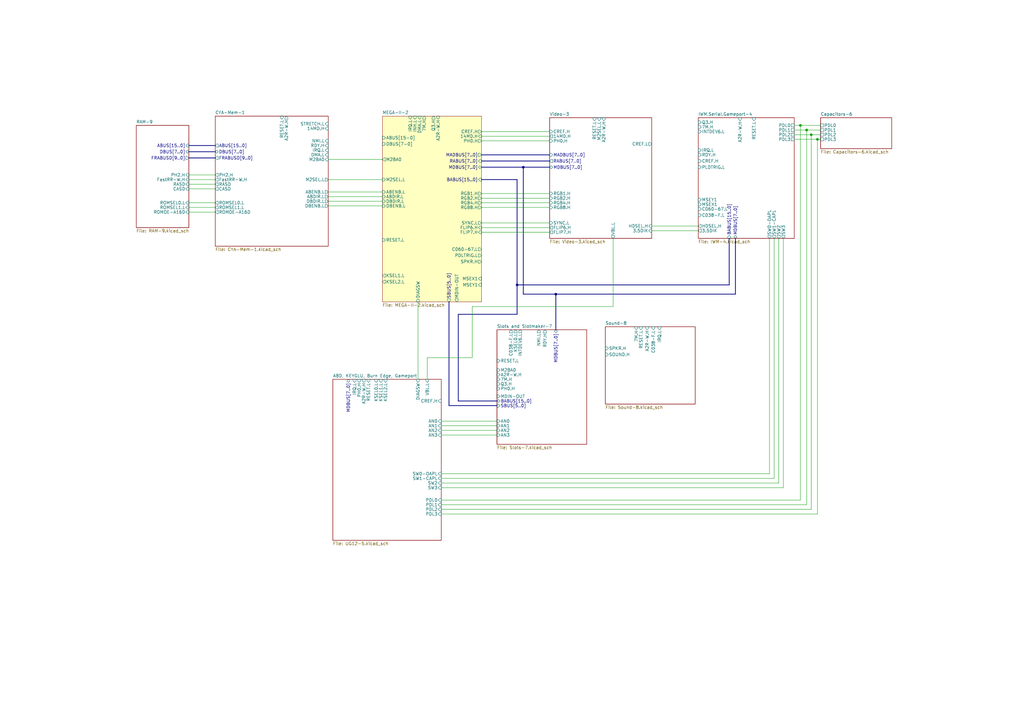
<source format=kicad_sch>
(kicad_sch (version 20211123) (generator eeschema)
  (paper "A3")
  (title_block (title "Apple IIgs ROM3 / 1 Mb") (rev "2") (company "bald.ee/bitpreserve") (comment 2 "Redrawn by james@baldengineer"))
  (lib_symbols)
  (junction (at 214.63 68.58))
  (junction (at 330.835 53.34))
  (junction (at 227.965 120.65))
  (junction (at 328.295 51.435))
  (junction (at 335.28 57.15))
  (junction (at 212.09 116.84))
  (junction (at 332.74 55.245))
  (bus (pts (xy 214.63 68.58) (xy 225.425 68.58)))
  (wire (pts (xy 267.335 94.615) (xy 286.385 94.615)))
  (wire (pts (xy 197.485 93.345) (xy 225.425 93.345)))
  (wire (pts (xy 332.74 55.245) (xy 336.55 55.245)))
  (wire (pts (xy 319.405 198.12) (xy 180.975 198.12)))
  (wire (pts (xy 77.47 83.185) (xy 88.265 83.185)))
  (bus (pts (xy 77.47 62.23) (xy 88.265 62.23)))
  (wire (pts (xy 134.62 65.405) (xy 156.845 65.405)))
  (wire (pts (xy 180.975 178.435) (xy 203.835 178.435)))
  (wire (pts (xy 325.755 55.245) (xy 332.74 55.245)))
  (wire (pts (xy 328.295 51.435) (xy 336.55 51.435)))
  (bus (pts (xy 77.47 59.69) (xy 88.265 59.69)))
  (wire (pts (xy 193.675 125.73) (xy 193.675 146.685)))
  (wire (pts (xy 328.295 51.435) (xy 328.295 205.105)))
  (wire (pts (xy 171.45 123.825) (xy 171.45 155.575)))
  (wire (pts (xy 197.485 55.88) (xy 225.425 55.88)))
  (wire (pts (xy 197.485 79.375) (xy 225.425 79.375)))
  (wire (pts (xy 197.485 91.44) (xy 225.425 91.44)))
  (wire (pts (xy 77.47 85.09) (xy 88.265 85.09)))
  (bus (pts (xy 301.625 120.65) (xy 227.965 120.65)))
  (wire (pts (xy 251.46 125.73) (xy 193.675 125.73)))
  (wire (pts (xy 325.755 51.435) (xy 328.295 51.435)))
  (wire (pts (xy 180.975 200.025) (xy 321.31 200.025)))
  (bus (pts (xy 187.96 164.465) (xy 203.835 164.465)))
  (bus (pts (xy 227.965 135.255) (xy 227.965 120.65)))
  (wire (pts (xy 321.31 200.025) (xy 321.31 97.79)))
  (wire (pts (xy 180.975 176.53) (xy 203.835 176.53)))
  (wire (pts (xy 315.595 194.31) (xy 180.975 194.31)))
  (wire (pts (xy 267.335 92.71) (xy 286.385 92.71)))
  (wire (pts (xy 77.47 86.995) (xy 88.265 86.995)))
  (wire (pts (xy 197.485 57.785) (xy 225.425 57.785)))
  (wire (pts (xy 335.28 57.15) (xy 335.28 210.82)))
  (wire (pts (xy 197.485 53.975) (xy 225.425 53.975)))
  (wire (pts (xy 77.47 71.755) (xy 88.265 71.755)))
  (wire (pts (xy 197.485 95.25) (xy 225.425 95.25)))
  (wire (pts (xy 317.5 196.215) (xy 317.5 97.79)))
  (bus (pts (xy 77.47 64.77) (xy 88.265 64.77)))
  (wire (pts (xy 134.62 82.55) (xy 156.845 82.55)))
  (bus (pts (xy 184.15 123.825) (xy 184.15 166.37)))
  (bus (pts (xy 187.96 128.905) (xy 212.09 128.905)))
  (wire (pts (xy 197.485 83.185) (xy 225.425 83.185)))
  (wire (pts (xy 197.485 81.28) (xy 225.425 81.28)))
  (wire (pts (xy 180.975 174.625) (xy 203.835 174.625)))
  (bus (pts (xy 184.15 166.37) (xy 203.835 166.37)))
  (wire (pts (xy 335.28 57.15) (xy 336.55 57.15)))
  (wire (pts (xy 330.835 53.34) (xy 336.55 53.34)))
  (wire (pts (xy 180.975 172.72) (xy 203.835 172.72)))
  (wire (pts (xy 175.26 146.685) (xy 175.26 155.575)))
  (wire (pts (xy 77.47 75.565) (xy 88.265 75.565)))
  (bus (pts (xy 214.63 120.65) (xy 214.63 68.58)))
  (wire (pts (xy 251.46 97.79) (xy 251.46 125.73)))
  (bus (pts (xy 212.09 116.84) (xy 212.09 128.905)))
  (bus (pts (xy 187.96 128.905) (xy 187.96 164.465)))
  (wire (pts (xy 134.62 84.455) (xy 156.845 84.455)))
  (wire (pts (xy 330.835 53.34) (xy 330.835 207.01)))
  (bus (pts (xy 197.485 63.5) (xy 225.425 63.5)))
  (bus (pts (xy 197.485 68.58) (xy 214.63 68.58)))
  (wire (pts (xy 319.405 97.79) (xy 319.405 198.12)))
  (wire (pts (xy 193.675 146.685) (xy 175.26 146.685)))
  (wire (pts (xy 180.975 205.105) (xy 328.295 205.105)))
  (wire (pts (xy 332.74 55.245) (xy 332.74 208.915)))
  (bus (pts (xy 197.485 66.04) (xy 225.425 66.04)))
  (wire (pts (xy 197.485 85.09) (xy 225.425 85.09)))
  (bus (pts (xy 301.625 97.79) (xy 301.625 120.65)))
  (bus (pts (xy 212.09 73.66) (xy 212.09 116.84)))
  (wire (pts (xy 77.47 77.47) (xy 88.265 77.47)))
  (wire (pts (xy 134.62 78.74) (xy 156.845 78.74)))
  (wire (pts (xy 180.975 207.01) (xy 330.835 207.01)))
  (bus (pts (xy 212.09 116.84) (xy 299.085 116.84)))
  (wire (pts (xy 335.28 210.82) (xy 180.975 210.82)))
  (wire (pts (xy 134.62 80.645) (xy 156.845 80.645)))
  (wire (pts (xy 315.595 97.79) (xy 315.595 194.31)))
  (wire (pts (xy 134.62 73.66) (xy 156.845 73.66)))
  (bus (pts (xy 227.965 120.65) (xy 214.63 120.65)))
  (wire (pts (xy 180.975 208.915) (xy 332.74 208.915)))
  (wire (pts (xy 325.755 57.15) (xy 335.28 57.15)))
  (bus (pts (xy 197.485 73.66) (xy 212.09 73.66)))
  (wire (pts (xy 77.47 73.66) (xy 88.265 73.66)))
  (wire (pts (xy 180.975 196.215) (xy 317.5 196.215)))
  (wire (pts (xy 325.755 53.34) (xy 330.835 53.34)))
  (bus (pts (xy 299.085 116.84) (xy 299.085 97.79)))
  (sheet (at 88.265 47.625) (size 46.355 53.34)
    (property "Sheet name" "CYA-Mem-1" (at 88.265 46.9134 0) (effects (justify left bottom)))
    (property "Sheet file" "CYA-Mem-1.kicad_sch" (at 88.265 101.5496 0) (effects (justify left top)))
    (pin "PH2.H" output (at 88.265 71.755 180))
    (pin "NMI.L" input (at 134.62 57.785 0))
    (pin "RDY.H" input (at 134.62 59.69 0))
    (pin "RESET.L" input (at 115.57 47.625 90))
    (pin "IRQ.L" input (at 134.62 61.595 0))
    (pin "M2BA0" input (at 134.62 65.405 0))
    (pin "14MD.H" input (at 134.62 52.705 0))
    (pin "STRETCH.L" input (at 134.62 50.8 0))
    (pin "ABENB.L" output (at 134.62 78.74 0))
    (pin "ABDIR.L" output (at 134.62 80.645 0))
    (pin "DMA.L" input (at 134.62 63.5 0))
    (pin "DBENB.L" output (at 134.62 84.455 0))
    (pin "M2SEL.L" output (at 134.62 73.66 0))
    (pin "ROMSEL0.L" output (at 88.265 83.185 180))
    (pin "A2R-W.H" output (at 117.475 47.625 90))
    (pin "DBDIR.L" output (at 134.62 82.55 0))
    (pin "ROMSEL1.L" output (at 88.265 85.09 180))
    (pin "ROMOE-A16D" output (at 88.265 86.995 180))
    (pin "RASD" output (at 88.265 75.565 180))
    (pin "CASD" output (at 88.265 77.47 180))
    (pin "FastRR-W.H" output (at 88.265 73.66 180))
    (pin "ABUS[15..0]" output (at 88.265 59.69 180))
    (pin "FRABUSD[9..0]" output (at 88.265 64.77 180))
    (pin "DBUS[7..0]" bidirectional (at 88.265 62.23 180))
  )
  (sheet (at 156.845 47.625) (size 40.64 76.2) (fill (color 255 255 194 1.0000))
    (property "Sheet name" "MEGA-II-2" (at 156.845 46.9134 0) (effects (justify left bottom)))
    (property "Sheet file" "MEGA-II-2.kicad_sch" (at 156.845 124.4096 0) (effects (justify left top)))
    (pin "MSEX1" input (at 197.485 114.3 0))
    (pin "MSEY1" input (at 197.485 116.84 0))
    (pin "DIAGSW" input (at 171.45 123.825 270))
    (pin "RESET.L" input (at 156.845 98.425 180))
    (pin "DMA.L" input (at 172.085 47.625 90))
    (pin "M2SEL.L" input (at 156.845 73.66 180))
    (pin "INH.L" input (at 170.18 47.625 90))
    (pin "A2R-W.H" input (at 179.705 47.625 90))
    (pin "ABDIR.L" input (at 156.845 80.645 180))
    (pin "ABENB.L" input (at 156.845 78.74 180))
    (pin "DBDIR.L" input (at 156.845 82.55 180))
    (pin "DBENB.L" input (at 156.845 84.455 180))
    (pin "RABUS[7..0]" input (at 197.485 66.04 0))
    (pin "FLIP6.H" input (at 197.485 93.345 0))
    (pin "FLIP7.H" input (at 197.485 95.25 0))
    (pin "KSEL1.L" output (at 156.845 113.03 180))
    (pin "KSEL2.L" output (at 156.845 115.57 180))
    (pin "IRQ.L" input (at 168.275 47.625 90))
    (pin "ABUS[15-0]" input (at 156.845 56.515 180))
    (pin "DBUS[7-0]" input (at 156.845 59.055 180))
    (pin "7M.H" output (at 173.99 47.625 90))
    (pin "PH0.H" output (at 197.485 57.785 0))
    (pin "Q3.H" output (at 177.8 47.625 90))
    (pin "MDIN-OUT" output (at 187.325 123.825 270))
    (pin "PDLTRIG.L" output (at 197.485 104.775 0))
    (pin "C060-67.L" output (at 197.485 102.235 0))
    (pin "SPKR.H" output (at 197.485 107.315 0))
    (pin "RGB2.H" output (at 197.485 81.28 0))
    (pin "RGB1.H" output (at 197.485 79.375 0))
    (pin "RGB8.H" output (at 197.485 85.09 0))
    (pin "RGB4.H" output (at 197.485 83.185 0))
    (pin "MADBUS[7..0]" output (at 197.485 63.5 0))
    (pin "MDBUS[7..0]" bidirectional (at 197.485 68.58 0))
    (pin "SBUS[5..0]" output (at 184.15 123.825 270))
    (pin "BABUS[15..0]" input (at 197.485 73.66 0))
    (pin "SYNC.L" output (at 197.485 91.44 0))
    (pin "14MD.H" input (at 197.485 55.88 0))
    (pin "CREF.H" output (at 197.485 53.975 0))
    (pin "M2BA0" output (at 156.845 65.405 180))
  )
  (sheet (at 225.425 48.26) (size 41.91 49.53)
    (property "Sheet name" "Video-3" (at 225.425 47.5484 0) (effects (justify left bottom)))
    (property "Sheet file" "Video-3.kicad_sch" (at 225.425 98.3746 0) (effects (justify left top)))
    (pin "CREF.H" input (at 225.425 53.975 180))
    (pin "CREF.L" output (at 267.335 59.055 0))
    (pin "PH0.H" input (at 225.425 57.785 180))
    (pin "HDSEL.H" input (at 267.335 92.71 0))
    (pin "RESET.L" input (at 243.84 48.26 90))
    (pin "RGB2.H" input (at 225.425 81.28 180))
    (pin "RGB8.H" input (at 225.425 85.09 180))
    (pin "M2SEL.L" input (at 245.745 48.26 90))
    (pin "RGB4.H" input (at 225.425 83.185 180))
    (pin "A2R-W.H" input (at 247.65 48.26 90))
    (pin "FLIP7.H" output (at 225.425 95.25 180))
    (pin "FLIP6.H" output (at 225.425 93.345 180))
    (pin "RGB1.H" input (at 225.425 79.375 180))
    (pin "3.5DIK" input (at 267.335 94.615 0))
    (pin "MDBUS[7..0]" bidirectional (at 225.425 68.58 180))
    (pin "RABUS[7..0]" output (at 225.425 66.04 180))
    (pin "SYNC.L" input (at 225.425 91.44 180))
    (pin "14MD.H" output (at 225.425 55.88 180))
    (pin "MADBUS[7..0]" input (at 225.425 63.5 180))
    (pin "VBL.L" output (at 251.46 97.79 270))
  )
  (sheet (at 286.385 48.26) (size 39.37 49.53)
    (property "Sheet name" "IWM,Serial,Gameport-4" (at 286.385 47.5484 0) (effects (justify left bottom)))
    (property "Sheet file" "IWM-4.kicad_sch" (at 286.385 98.3746 0) (effects (justify left top)))
    (pin "CREF.H" input (at 286.385 66.04 180))
    (pin "PLDTRIG.L" input (at 286.385 68.58 180))
    (pin "PDL1" passive (at 325.755 53.34 0))
    (pin "PDL3" passive (at 325.755 57.15 0))
    (pin "PDL0" passive (at 325.755 51.435 0))
    (pin "PDL2" passive (at 325.755 55.245 0))
    (pin "C060-67.L" input (at 286.385 85.725 180))
    (pin "MSEX1" input (at 286.385 83.82 180))
    (pin "MSEY1" input (at 286.385 81.915 180))
    (pin "A2R-W.H" input (at 303.53 48.26 90))
    (pin "C038-F.L" input (at 286.385 88.265 180))
    (pin "RESET.L" input (at 309.245 48.26 90))
    (pin "RDY.H" input (at 286.385 63.5 180))
    (pin "IRQ.L" input (at 286.385 61.595 180))
    (pin "3.5DIK" output (at 286.385 94.615 180))
    (pin "HDSEL.H" output (at 286.385 92.71 180))
    (pin "Q3.H" input (at 286.385 50.165 180))
    (pin "7M.H" input (at 286.385 52.07 180))
    (pin "INTDEV6.L" input (at 286.385 53.975 180))
    (pin "SW2" output (at 319.405 97.79 270))
    (pin "SW1-CAPL" output (at 317.5 97.79 270))
    (pin "SW0-OAPL" output (at 315.595 97.79 270))
    (pin "MDBUS[7..0]" bidirectional (at 301.625 97.79 270))
    (pin "BABUS[15..0]" input (at 299.085 97.79 270))
    (pin "SW3" output (at 321.31 97.79 270))
  )
  (sheet (at 136.525 155.575) (size 44.45 66.04)
    (property "Sheet name" "ABD, KEYGLU, Burn Edge, Gameport" (at 136.525 154.8634 0) (effects (justify left bottom)))
    (property "Sheet file" "UG12-5.kicad_sch" (at 136.525 222.1996 0) (effects (justify left top)))
    (pin "PDL0" input (at 180.975 205.105 0))
    (pin "PDL2" input (at 180.975 208.915 0))
    (pin "SW2" input (at 180.975 198.12 0))
    (pin "SW0-OAPL" input (at 180.975 194.31 0))
    (pin "SW1-CAPL" input (at 180.975 196.215 0))
    (pin "SW3" input (at 180.975 200.025 0))
    (pin "AN2" input (at 180.975 176.53 0))
    (pin "AN0" input (at 180.975 172.72 0))
    (pin "AN3" input (at 180.975 178.435 0))
    (pin "AN1" input (at 180.975 174.625 0))
    (pin "PDL1" input (at 180.975 207.01 0))
    (pin "PDL3" input (at 180.975 210.82 0))
    (pin "CREF.H" input (at 180.975 164.465 0))
    (pin "KSEL1.L" input (at 156.21 155.575 90))
    (pin "KSEL0.L" input (at 154.305 155.575 90))
    (pin "KSEL2.L" input (at 158.115 155.575 90))
    (pin "VBL.L" input (at 175.26 155.575 90))
    (pin "RESET.L" input (at 151.13 155.575 90))
    (pin "A2R-W.H" input (at 149.225 155.575 90))
    (pin "PH0.H" input (at 147.32 155.575 90))
    (pin "IRQ.L" input (at 145.415 155.575 90))
    (pin "MDBUS[7..0]" bidirectional (at 142.875 155.575 90))
    (pin "DIAGSW" input (at 171.45 155.575 90))
  )
  (sheet (at 336.55 48.26) (size 29.21 12.7)
    (property "Sheet name" "Capacitors-6" (at 336.55 47.5484 0) (effects (justify left bottom)))
    (property "Sheet file" "Capacitors-6.kicad_sch" (at 336.55 61.5446 0) (effects (justify left top)))
    (pin "PDL2" passive (at 336.55 55.245 180))
    (pin "PDL0" passive (at 336.55 51.435 180))
    (pin "PDL1" passive (at 336.55 53.34 180))
    (pin "PDL3" passive (at 336.55 57.15 180))
  )
  (sheet (at 203.835 135.255) (size 36.83 46.99)
    (property "Sheet name" "Slots and Slotmaker-7" (at 203.835 134.5434 0) (effects (justify left bottom)))
    (property "Sheet file" "Slots-7.kicad_sch" (at 203.835 182.8296 0) (effects (justify left top)))
    (pin "RDY.H" output (at 223.52 135.255 90))
    (pin "NMI.L" output (at 220.98 135.255 90))
    (pin "AN1" input (at 203.835 174.625 180))
    (pin "AN0" input (at 203.835 172.72 180))
    (pin "AN3" input (at 203.835 178.435 180))
    (pin "AN2" input (at 203.835 176.53 180))
    (pin "INTDEV6.L" output (at 213.36 135.255 90))
    (pin "KSEL0.L" output (at 211.455 135.255 90))
    (pin "C038-F.L" output (at 209.55 135.255 90))
    (pin "MDIN-OUT" input (at 203.835 162.56 180))
    (pin "M2BA0" input (at 203.835 151.765 180))
    (pin "A2R-W.H" input (at 203.835 153.67 180))
    (pin "7M.H" input (at 203.835 155.575 180))
    (pin "RESET.L" input (at 203.835 147.955 180))
    (pin "Q3.H" input (at 203.835 157.48 180))
    (pin "PH0.H" input (at 203.835 159.385 180))
    (pin "BABUS[15..0]" bidirectional (at 203.835 164.465 180))
    (pin "SBUS[5..0]" input (at 203.835 166.37 180))
    (pin "MDBUS[7..0]" bidirectional (at 227.965 135.255 90))
  )
  (sheet (at 248.285 133.985) (size 36.83 31.75)
    (property "Sheet name" "Sound-8" (at 248.285 133.2734 0) (effects (justify left bottom)))
    (property "Sheet file" "Sound-8.kicad_sch" (at 248.285 166.3196 0) (effects (justify left top)))
    (pin "SPKR.H" input (at 248.285 142.875 180))
    (pin "SOUND.H" input (at 248.285 145.415 180))
    (pin "7M.H" input (at 260.985 133.985 90))
    (pin "RESET.L" input (at 262.89 133.985 90))
    (pin "A2R-W.H" input (at 265.43 133.985 90))
    (pin "C038-F.L" input (at 267.97 133.985 90))
    (pin "IRQ.L" input (at 270.51 133.985 90))
  )
  (sheet (at 55.88 51.435) (size 21.59 41.91)
    (property "Sheet name" "RAM-9" (at 55.88 50.7234 0) (effects (justify left bottom)))
    (property "Sheet file" "RAM-9.kicad_sch" (at 55.88 93.9296 0) (effects (justify left top)))
    (pin "FastRR-W.H" input (at 77.47 73.66 0))
    (pin "FRABUSD[9..0]" output (at 77.47 64.77 0))
    (pin "RASD" input (at 77.47 75.565 0))
    (pin "CASD" input (at 77.47 77.47 0))
    (pin "DBUS[7..0]" bidirectional (at 77.47 62.23 0))
    (pin "PH2.H" input (at 77.47 71.755 0))
    (pin "ROMSEL1.L" input (at 77.47 85.09 0))
    (pin "ROMSEL0.L" input (at 77.47 83.185 0))
    (pin "ROMOE-A16D" input (at 77.47 86.995 0))
    (pin "ABUS[15..0]" input (at 77.47 59.69 0))
  )
)
</source>
